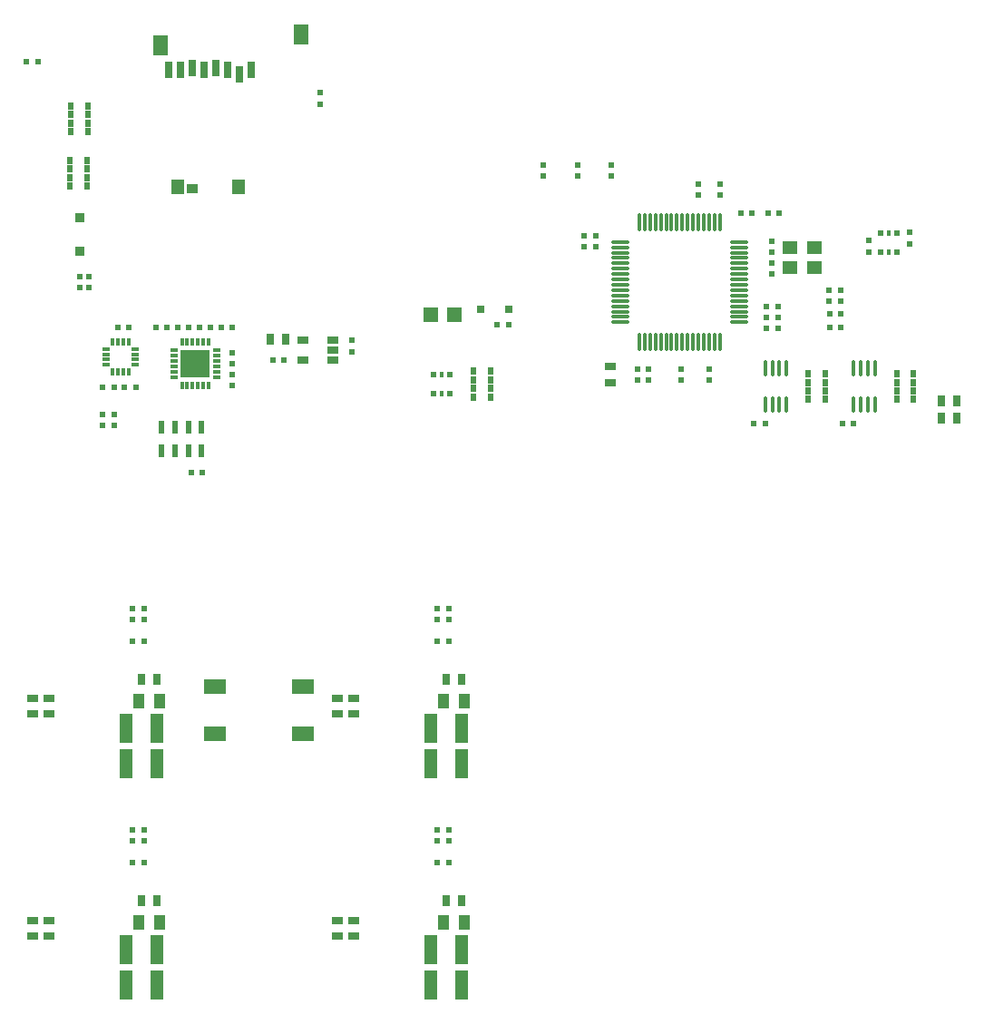
<source format=gbp>
G04 Layer_Color=128*
%FSLAX25Y25*%
%MOIN*%
G70*
G01*
G75*
%ADD14R,0.02362X0.02165*%
%ADD15R,0.02165X0.02362*%
%ADD18R,0.03937X0.02953*%
%ADD39R,0.02953X0.03937*%
%ADD44R,0.05118X0.10630*%
%ADD65R,0.02362X0.02362*%
%ADD66R,0.01575X0.02362*%
%ADD67R,0.05512X0.05512*%
%ADD68R,0.01969X0.02559*%
%ADD69R,0.02700X0.03000*%
%ADD70R,0.05512X0.04724*%
%ADD71O,0.07087X0.01181*%
%ADD72O,0.01181X0.07087*%
%ADD73R,0.03937X0.03740*%
%ADD74R,0.05118X0.05512*%
%ADD75R,0.05512X0.07480*%
%ADD76R,0.05512X0.07480*%
%ADD77R,0.03150X0.05906*%
%ADD78R,0.10630X0.10236*%
%ADD79R,0.03150X0.01378*%
%ADD80R,0.01378X0.03150*%
%ADD81R,0.02756X0.01378*%
%ADD82R,0.01378X0.02756*%
%ADD83R,0.02362X0.04724*%
%ADD84R,0.04331X0.02559*%
%ADD85O,0.01181X0.06299*%
%ADD88R,0.03740X0.03543*%
%ADD89R,0.03937X0.05512*%
%ADD90R,0.08268X0.05512*%
D14*
X330000Y121059D02*
D03*
Y125193D02*
D03*
X315000Y122193D02*
D03*
Y118059D02*
D03*
X220500Y145933D02*
D03*
Y150067D02*
D03*
X208000Y145933D02*
D03*
Y150067D02*
D03*
X195500Y145933D02*
D03*
Y150067D02*
D03*
X28500Y104933D02*
D03*
Y109067D02*
D03*
X252500Y143067D02*
D03*
Y138933D02*
D03*
X260500D02*
D03*
Y143067D02*
D03*
X230000Y75067D02*
D03*
Y70933D02*
D03*
X256500Y75067D02*
D03*
Y70933D02*
D03*
X234000D02*
D03*
Y75067D02*
D03*
X279500Y114067D02*
D03*
Y109933D02*
D03*
Y117933D02*
D03*
Y122067D02*
D03*
X81000Y68933D02*
D03*
Y73067D02*
D03*
Y81067D02*
D03*
Y76933D02*
D03*
X125000Y81433D02*
D03*
Y85567D02*
D03*
X246000Y75067D02*
D03*
Y70933D02*
D03*
X25000Y104933D02*
D03*
Y109067D02*
D03*
X113500Y176567D02*
D03*
Y172433D02*
D03*
D15*
X304764Y90500D02*
D03*
X300630D02*
D03*
Y95500D02*
D03*
X304764D02*
D03*
X282067Y132500D02*
D03*
X277933D02*
D03*
X267933D02*
D03*
X272067D02*
D03*
X182567Y91500D02*
D03*
X178433D02*
D03*
X304567Y104000D02*
D03*
X300433D02*
D03*
Y100000D02*
D03*
X304567D02*
D03*
X277433Y90000D02*
D03*
X281567D02*
D03*
Y94000D02*
D03*
X277433D02*
D03*
Y98000D02*
D03*
X281567D02*
D03*
X214567Y124000D02*
D03*
X210433D02*
D03*
Y120000D02*
D03*
X214567D02*
D03*
X73067Y90500D02*
D03*
X68933D02*
D03*
X76933D02*
D03*
X81067D02*
D03*
X38933D02*
D03*
X43067D02*
D03*
X41433Y68500D02*
D03*
X45567D02*
D03*
X60933Y90500D02*
D03*
X65067D02*
D03*
X57067D02*
D03*
X52933D02*
D03*
X37567Y68500D02*
D03*
X33433D02*
D03*
X70067Y37000D02*
D03*
X65933D02*
D03*
X100067Y78500D02*
D03*
X95933D02*
D03*
X305335Y55100D02*
D03*
X309469D02*
D03*
X272835D02*
D03*
X276969D02*
D03*
X33433Y58500D02*
D03*
X37567D02*
D03*
X33433Y54500D02*
D03*
X37567D02*
D03*
X5433Y188000D02*
D03*
X9567D02*
D03*
X156551Y-98374D02*
D03*
X160685D02*
D03*
X160685Y-94374D02*
D03*
X156551D02*
D03*
X156551Y-106374D02*
D03*
X160685D02*
D03*
X44551Y-98374D02*
D03*
X48685D02*
D03*
X48685Y-94374D02*
D03*
X44551D02*
D03*
X44551Y-106374D02*
D03*
X48685D02*
D03*
X156551Y-24874D02*
D03*
X160685D02*
D03*
X160685Y-12874D02*
D03*
X156551D02*
D03*
X156551Y-16874D02*
D03*
X160685D02*
D03*
X44551Y-24874D02*
D03*
X48685D02*
D03*
X48685Y-12874D02*
D03*
X44551D02*
D03*
X44551Y-16874D02*
D03*
X48685D02*
D03*
D18*
X220000Y70146D02*
D03*
Y75854D02*
D03*
X125618Y-127520D02*
D03*
Y-133228D02*
D03*
X119618D02*
D03*
Y-127520D02*
D03*
X13618D02*
D03*
Y-133228D02*
D03*
X7618D02*
D03*
Y-127520D02*
D03*
X119618Y-46020D02*
D03*
Y-51728D02*
D03*
X125618D02*
D03*
Y-46020D02*
D03*
X7618D02*
D03*
Y-51728D02*
D03*
X13618D02*
D03*
Y-46020D02*
D03*
D39*
X95146Y86000D02*
D03*
X100854D02*
D03*
X341752Y63476D02*
D03*
X347461D02*
D03*
Y56976D02*
D03*
X341752D02*
D03*
X159764Y-120374D02*
D03*
X165472D02*
D03*
X47764D02*
D03*
X53472D02*
D03*
X159764Y-38874D02*
D03*
X165472D02*
D03*
X47764D02*
D03*
X53472D02*
D03*
D44*
X153909Y-151374D02*
D03*
X165327D02*
D03*
X153909Y-138374D02*
D03*
X165327D02*
D03*
X41909Y-151374D02*
D03*
X53327D02*
D03*
X41909Y-138374D02*
D03*
X53327D02*
D03*
X153909Y-56874D02*
D03*
X165327D02*
D03*
X153909Y-69874D02*
D03*
X165327D02*
D03*
X41909Y-56874D02*
D03*
X53327D02*
D03*
X41909Y-69874D02*
D03*
X53327D02*
D03*
D65*
X319547Y125169D02*
D03*
X325453D02*
D03*
X319547Y118083D02*
D03*
X325453D02*
D03*
X160953Y65957D02*
D03*
X155047D02*
D03*
X160953Y73043D02*
D03*
X155047D02*
D03*
D66*
X322500Y125169D02*
D03*
Y118083D02*
D03*
X158000Y65957D02*
D03*
Y73043D02*
D03*
D67*
X162831Y95000D02*
D03*
X154169D02*
D03*
D68*
X176150Y67925D02*
D03*
Y71075D02*
D03*
Y64776D02*
D03*
Y74224D02*
D03*
X169850Y64776D02*
D03*
Y74224D02*
D03*
Y67925D02*
D03*
Y71075D02*
D03*
X28150Y165425D02*
D03*
Y168575D02*
D03*
Y162276D02*
D03*
Y171724D02*
D03*
X21850Y162276D02*
D03*
Y171724D02*
D03*
Y165425D02*
D03*
Y168575D02*
D03*
X27650Y145425D02*
D03*
Y148575D02*
D03*
Y142276D02*
D03*
Y151724D02*
D03*
X21350Y142276D02*
D03*
Y151724D02*
D03*
Y145425D02*
D03*
Y148575D02*
D03*
X299052Y67025D02*
D03*
Y70175D02*
D03*
Y63876D02*
D03*
Y73324D02*
D03*
X292753Y63876D02*
D03*
Y73324D02*
D03*
Y67025D02*
D03*
Y70175D02*
D03*
X331552Y67025D02*
D03*
Y70175D02*
D03*
Y63876D02*
D03*
Y73324D02*
D03*
X325253Y63876D02*
D03*
Y73324D02*
D03*
Y67025D02*
D03*
Y70175D02*
D03*
D69*
X172480Y97000D02*
D03*
X182618D02*
D03*
D70*
X285972Y119543D02*
D03*
X295028Y112457D02*
D03*
Y119543D02*
D03*
X285972Y112457D02*
D03*
D71*
X267350Y121764D02*
D03*
X267350Y119795D02*
D03*
Y117827D02*
D03*
Y115858D02*
D03*
X267350Y113890D02*
D03*
X267350Y111921D02*
D03*
X267350Y109953D02*
D03*
Y107984D02*
D03*
X267350Y106016D02*
D03*
Y104047D02*
D03*
Y102079D02*
D03*
Y100110D02*
D03*
X267350Y98142D02*
D03*
X267350Y96173D02*
D03*
X267350Y94205D02*
D03*
Y92236D02*
D03*
X223650D02*
D03*
Y94205D02*
D03*
X223650Y96173D02*
D03*
Y98142D02*
D03*
Y100110D02*
D03*
X223650Y102079D02*
D03*
X223650Y104047D02*
D03*
X223650Y106016D02*
D03*
Y107984D02*
D03*
Y109953D02*
D03*
X223650Y111921D02*
D03*
Y113890D02*
D03*
Y115858D02*
D03*
X223650Y117827D02*
D03*
Y119795D02*
D03*
Y121764D02*
D03*
D72*
X260264Y85150D02*
D03*
X258295Y85150D02*
D03*
X256327D02*
D03*
X254358D02*
D03*
X252390Y85150D02*
D03*
X250421Y85150D02*
D03*
X248453Y85150D02*
D03*
X246484Y85150D02*
D03*
X244516Y85150D02*
D03*
X242547D02*
D03*
X240579D02*
D03*
X238610Y85150D02*
D03*
X236642Y85150D02*
D03*
X234673D02*
D03*
X232705D02*
D03*
X230736Y85150D02*
D03*
X230736Y128850D02*
D03*
X232705Y128850D02*
D03*
X234673D02*
D03*
X236642Y128850D02*
D03*
X238610Y128850D02*
D03*
X240579D02*
D03*
X242547Y128850D02*
D03*
X244516Y128850D02*
D03*
X246484Y128850D02*
D03*
X248453D02*
D03*
X250421Y128850D02*
D03*
X252390Y128850D02*
D03*
X254358D02*
D03*
X256327D02*
D03*
X258295Y128850D02*
D03*
X260264D02*
D03*
D73*
X66543Y141284D02*
D03*
D74*
X83512Y142169D02*
D03*
X61071D02*
D03*
D75*
X54772Y193941D02*
D03*
D76*
X106543Y198075D02*
D03*
D77*
X88197Y184925D02*
D03*
X83866Y183350D02*
D03*
X79535Y184925D02*
D03*
X75205Y185713D02*
D03*
X70874Y184925D02*
D03*
X66543Y185713D02*
D03*
X62213Y184925D02*
D03*
X57882D02*
D03*
D78*
X67500Y77000D02*
D03*
D79*
X59626Y72079D02*
D03*
Y74047D02*
D03*
Y76016D02*
D03*
Y77984D02*
D03*
Y79953D02*
D03*
Y81921D02*
D03*
X75374Y72079D02*
D03*
Y74047D02*
D03*
Y76016D02*
D03*
Y77984D02*
D03*
Y79953D02*
D03*
Y81921D02*
D03*
D80*
X72421Y84874D02*
D03*
X70453D02*
D03*
X68484D02*
D03*
X66516D02*
D03*
X64547D02*
D03*
X62579D02*
D03*
X62579Y69126D02*
D03*
X64547D02*
D03*
X66516D02*
D03*
X68484D02*
D03*
X70453D02*
D03*
X72421D02*
D03*
D81*
X34587Y76547D02*
D03*
Y78516D02*
D03*
Y80484D02*
D03*
Y82453D02*
D03*
X45413Y82453D02*
D03*
Y80484D02*
D03*
Y78516D02*
D03*
Y76547D02*
D03*
D82*
X42953Y74087D02*
D03*
X40984D02*
D03*
X39016D02*
D03*
X37047D02*
D03*
X42953Y84913D02*
D03*
X40984D02*
D03*
X39016D02*
D03*
X37047D02*
D03*
D83*
X69882Y45169D02*
D03*
X64961D02*
D03*
X60039D02*
D03*
X55118D02*
D03*
X69882Y53831D02*
D03*
X64961D02*
D03*
X60039D02*
D03*
X55118D02*
D03*
D84*
X118012Y85740D02*
D03*
Y82000D02*
D03*
Y78260D02*
D03*
X106988D02*
D03*
Y85740D02*
D03*
D85*
X284741Y61907D02*
D03*
X282182D02*
D03*
X279623D02*
D03*
X277064D02*
D03*
X284741Y75293D02*
D03*
X282182D02*
D03*
X279623D02*
D03*
X277064D02*
D03*
X317241Y61907D02*
D03*
X314682D02*
D03*
X312123D02*
D03*
X309564D02*
D03*
X317241Y75293D02*
D03*
X314682D02*
D03*
X312123D02*
D03*
X309564D02*
D03*
D88*
X25000Y130701D02*
D03*
Y118299D02*
D03*
D89*
X158878Y-128374D02*
D03*
X166358D02*
D03*
X46878D02*
D03*
X54358D02*
D03*
X158878Y-46874D02*
D03*
X166358D02*
D03*
X46878D02*
D03*
X54358D02*
D03*
D90*
X107118Y-41713D02*
D03*
Y-59035D02*
D03*
X74618Y-41713D02*
D03*
Y-59035D02*
D03*
M02*

</source>
